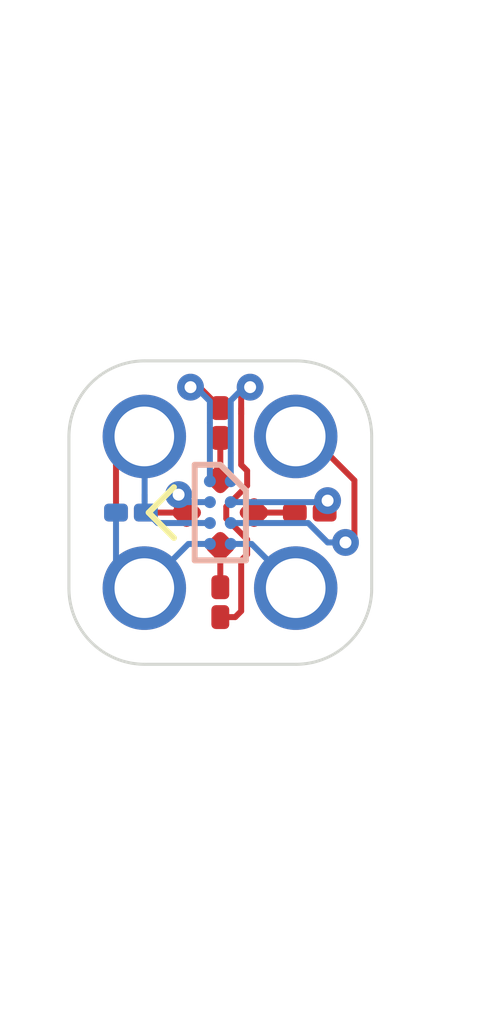
<source format=kicad_pcb>
(kicad_pcb (version 20241229) (generator "pcbnew") (generator_version "9.0")
  (layers (0 "F.Cu" signal) (2 "B.Cu" signal) (13 "F.Paste" user) (15 "B.Paste" user) (5 "F.SilkS" user "F.Silkscreen") (7 "B.SilkS" user "B.Silkscreen") (1 "F.Mask" user) (3 "B.Mask" user) (25 "Edge.Cuts" user))
  (net 0 "")
  (net 1 "/LED_A")
  (net 2 "Net-(D1-RK)")
  (net 3 "Net-(D1-GK)")
  (net 4 "Net-(D1-BK)")
  (net 5 "/LED_R")
  (net 6 "/LED_G")
  (net 7 "/LED_B")
  (net 8 "/SWCLK")
  (net 9 "GND")
  (net 10 "/SWDIO")
  (net 11 "+3.3V")
  (footprint "Resistor_SMD:R_01005_0402Metric" (layer "F.Cu") (at 130.81 98.83 -90)
    (property "Reference" "R1" (hide yes))
    (property "Value" "330R")
    (pad "1" smd roundrect (at -0.25 0 270) (size 0.4 0.3) (layers "F.Cu" "F.Mask") (net 5 "/LED_R"))
    (pad "2" smd roundrect (at 0.25 0 270) (size 0.4 0.3) (layers "F.Cu" "F.Mask") (net 2 "Net-(D1-RK)"))
  )
  (footprint "Resistor_SMD:R_01005_0402Metric" (layer "F.Cu") (at 132.31 100.33 180)
    (property "Reference" "R2" (hide yes))
    (property "Value" "330R")
    (pad "1" smd roundrect (at -0.25 0 180) (size 0.4 0.3) (layers "F.Cu" "F.Mask") (net 6 "/LED_G"))
    (pad "2" smd roundrect (at 0.25 0 180) (size 0.4 0.3) (layers "F.Cu" "F.Mask") (net 3 "Net-(D1-GK)"))
  )
  (footprint "Resistor_SMD:R_01005_0402Metric" (layer "F.Cu") (at 129.31 100.33 180)
    (property "Reference" "R4" (hide yes))
    (property "Value" "100k")
    (pad "1" smd roundrect (at -0.25 0 180) (size 0.4 0.3) (layers "F.Cu" "F.Mask") (net 1 "/LED_A"))
    (pad "2" smd roundrect (at 0.25 0 180) (size 0.4 0.3) (layers "F.Cu" "F.Mask") (net 11 "+3.3V"))
  )
  (footprint "LED_SMD:LED_Wurth_150044M155260" (layer "F.Cu") (at 130.81 100.33 45)
    (property "Reference" "D1" (hide yes))
    (property "Value" "LED_ARGB")
    (fp_line (start -0.85 -0.85) (end -0.85 -0.25) (stroke (width 0.1)) (layer "F.SilkS"))
    (fp_line (start -0.25 -0.85) (end -0.85 -0.85) (stroke (width 0.1)) (layer "F.SilkS"))
    (pad "1" smd roundrect (at -0.4 -0.4 45) (size 0.4 0.4) (layers "F.Cu" "F.Mask" "F.Paste") (net 1 "/LED_A"))
    (pad "2" smd roundrect (at 0.4 -0.4 45) (size 0.4 0.4) (layers "F.Cu" "F.Mask" "F.Paste") (net 2 "Net-(D1-RK)"))
    (pad "3" smd roundrect (at 0.4 0.4 45) (size 0.4 0.4) (layers "F.Cu" "F.Mask" "F.Paste") (net 3 "Net-(D1-GK)"))
    (pad "4" smd roundrect (at -0.4 0.4 45) (size 0.4 0.4) (layers "F.Cu" "F.Mask" "F.Paste") (net 4 "Net-(D1-BK)"))
  )
  (footprint "Resistor_SMD:R_01005_0402Metric" (layer "F.Cu") (at 130.81 101.83 90)
    (property "Reference" "R3" (hide yes))
    (property "Value" "330R")
    (pad "1" smd roundrect (at -0.25 0 90) (size 0.4 0.3) (layers "F.Cu" "F.Mask") (net 7 "/LED_B"))
    (pad "2" smd roundrect (at 0.25 0 90) (size 0.4 0.3) (layers "F.Cu" "F.Mask") (net 4 "Net-(D1-BK)"))
  )
  (footprint "Connector_PinHeader_2.54mm:PinHeader_2x02_P2.54mm_Vertical" (layer "B.Cu") (at 129.535 99.055 -90)
    (property "Reference" "J1" (hide yes))
    (property "Value" "Conn_02x02_Odd_Even")
    (pad "1" thru_hole oval (at 0 0 270) (size 1.4 1.4) (drill 1) (layers "*.Cu" "*.Mask") (net 11 "+3.3V"))
    (pad "2" thru_hole oval (at 2.54 0 270) (size 1.4 1.4) (drill 1) (layers "*.Cu" "*.Mask") (net 9 "GND"))
    (pad "3" thru_hole oval (at 0 -2.54 270) (size 1.4 1.4) (drill 1) (layers "*.Cu" "*.Mask") (net 8 "/SWCLK"))
    (pad "4" thru_hole oval (at 2.54 -2.54 270) (size 1.4 1.4) (drill 1) (layers "*.Cu" "*.Mask") (net 10 "/SWDIO"))
  )
  (footprint "umcu:BGA-8_2x4_0.86x1.6mm" (layer "B.Cu") (at 130.81 100.33 180)
    (property "Reference" "U1" (hide yes))
    (property "Value" "~")
    (fp_line (start 0.43 0.8) (end 0 0.8) (stroke (width 0.1)) (layer "B.SilkS"))
    (fp_line (start 0.43 -0.8) (end 0.43 0.8) (stroke (width 0.1)) (layer "B.SilkS"))
    (fp_line (start 0 0.8) (end -0.43 0.37) (stroke (width 0.1)) (layer "B.SilkS"))
    (fp_line (start -0.43 0.37) (end -0.43 -0.8) (stroke (width 0.1)) (layer "B.SilkS"))
    (fp_line (start -0.43 -0.8) (end 0.43 -0.8) (stroke (width 0.1)) (layer "B.SilkS"))
    (pad "A1" smd circle (at -0.175 0.525 180) (size 0.2 0.2) (layers "B.Cu" "B.Mask" "B.Paste") (net 7 "/LED_B"))
    (pad "A2" smd circle (at 0.175 0.525 180) (size 0.2 0.2) (layers "B.Cu" "B.Mask" "B.Paste") (net 5 "/LED_R"))
    (pad "B1" smd circle (at -0.175 0.175 180) (size 0.2 0.2) (layers "B.Cu" "B.Mask" "B.Paste") (net 6 "/LED_G"))
    (pad "B2" smd circle (at 0.175 0.175 180) (size 0.2 0.2) (layers "B.Cu" "B.Mask" "B.Paste") (net 1 "/LED_A"))
    (pad "C1" smd circle (at -0.175 -0.175 180) (size 0.2 0.2) (layers "B.Cu" "B.Mask" "B.Paste") (net 8 "/SWCLK"))
    (pad "C2" smd circle (at 0.175 -0.175 180) (size 0.2 0.2) (layers "B.Cu" "B.Mask" "B.Paste") (net 11 "+3.3V"))
    (pad "D1" smd circle (at -0.175 -0.525 180) (size 0.2 0.2) (layers "B.Cu" "B.Mask" "B.Paste") (net 10 "/SWDIO"))
    (pad "D2" smd circle (at 0.175 -0.525 180) (size 0.2 0.2) (layers "B.Cu" "B.Mask" "B.Paste") (net 9 "GND"))
  )
  (footprint "Capacitor_SMD:C_01005_0402Metric" (layer "B.Cu") (at 129.31 100.33 180)
    (property "Reference" "C1" (hide yes))
    (property "Value" "0.1uF")
    (pad "1" smd roundrect (at -0.25 0 180) (size 0.4 0.3) (layers "B.Cu" "B.Mask") (net 11 "+3.3V"))
    (pad "2" smd roundrect (at 0.25 0 180) (size 0.4 0.3) (layers "B.Cu" "B.Mask") (net 9 "GND"))
  )
  (gr_line (start 129.54 102.87) (end 132.08 102.87) (stroke (width 0.05)) (layer "Edge.Cuts"))
  (gr_arc (start 132.08 97.79) (mid 132.978026 98.161974) (end 133.35 99.06) (stroke (width 0.05)) (layer "Edge.Cuts"))
  (gr_arc (start 129.54 102.87) (mid 128.641974 102.498026) (end 128.27 101.6) (stroke (width 0.05)) (layer "Edge.Cuts"))
  (gr_line (start 128.27 99.06) (end 128.27 101.6) (stroke (width 0.05)) (layer "Edge.Cuts"))
  (gr_line (start 133.35 101.6) (end 133.35 99.06) (stroke (width 0.05)) (layer "Edge.Cuts"))
  (gr_line (start 132.08 97.79) (end 129.54 97.79) (stroke (width 0.05)) (layer "Edge.Cuts"))
  (gr_arc (start 133.35 101.6) (mid 132.978026 102.498026) (end 132.08 102.87) (stroke (width 0.05)) (layer "Edge.Cuts"))
  (gr_arc (start 128.27 99.06) (mid 128.641974 98.161974) (end 129.54 97.79) (stroke (width 0.05)) (layer "Edge.Cuts"))
  (segment (start 130.11 100.23) (end 130.21 100.33) (width 0.16) (layer "F.Cu") (net 1))
  (segment (start 129.56 100.33) (end 130.244315 100.33) (width 0.1) (layer "F.Cu") (net 1))
  (segment (start 130.21 100.33) (end 130.244315 100.33) (width 0.16) (layer "F.Cu") (net 1))
  (segment (start 130.11 100.155) (end 130.11 100.23) (width 0.16) (layer "F.Cu") (net 1))
  (via (at 130.11 100.03) (size 0.45) (drill 0.2) (layers "F.Cu" "B.Cu") (net 1))
  (segment (start 130.11 100.155) (end 130.635 100.155) (width 0.1) (layer "B.Cu") (net 1))
  (segment (start 130.81 99.08) (end 130.81 99.764315) (width 0.1) (layer "F.Cu") (net 2))
  (segment (start 132.06 100.33) (end 131.375685 100.33) (width 0.1) (layer "F.Cu") (net 3))
  (segment (start 130.81 101.68) (end 130.81 100.895685) (width 0.1) (layer "F.Cu") (net 4))
  (segment (start 130.37 98.14) (end 130.81 98.58) (width 0.1) (layer "F.Cu") (net 5))
  (segment (start 130.31 98.14) (end 130.37 98.14) (width 0.1) (layer "F.Cu") (net 5))
  (segment (start 130.45 98.28) (end 130.31 98.14) (width 0.1) (layer "F.Cu") (net 5))
  (via (at 130.31 98.23) (size 0.45) (drill 0.2) (layers "F.Cu" "B.Cu") (net 5))
  (segment (start 130.635 98.83) (end 130.635 98.465) (width 0.1) (layer "B.Cu") (net 5))
  (segment (start 130.635 98.465) (end 130.31 98.14) (width 0.1) (layer "B.Cu") (net 5))
  (segment (start 130.635 99.805) (end 130.635 98.83) (width 0.1) (layer "B.Cu") (net 5))
  (via (at 132.61 100.13) (size 0.45) (drill 0.2) (layers "F.Cu" "B.Cu") (net 6))
  (segment (start 132.685 100.155) (end 130.985 100.155) (width 0.1) (layer "B.Cu") (net 6))
  (segment (start 131.26 99.88) (end 130.91 100.23) (width 0.1) (layer "F.Cu") (net 7))
  (segment (start 131.26 101.03) (end 131.16 101.13) (width 0.1) (layer "F.Cu") (net 7))
  (segment (start 131.06 102.08) (end 130.81 102.08) (width 0.1) (layer "F.Cu") (net 7))
  (segment (start 131.16 101.13) (end 131.16 101.98) (width 0.1) (layer "F.Cu") (net 7))
  (segment (start 131.16 101.98) (end 131.06 102.08) (width 0.1) (layer "F.Cu") (net 7))
  (segment (start 131.16 98.68) (end 131.16 98.38) (width 0.1) (layer "F.Cu") (net 7))
  (segment (start 130.91 100.23) (end 130.91 100.43) (width 0.1) (layer "F.Cu") (net 7))
  (segment (start 131.26 100.78) (end 131.26 101.03) (width 0.1) (layer "F.Cu") (net 7))
  (segment (start 131.16 98.68) (end 131.16 98.58) (width 0.1) (layer "F.Cu") (net 7))
  (segment (start 131.16 98.68) (end 131.16 99.53) (width 0.1) (layer "F.Cu") (net 7))
  (segment (start 131.16 98.38) (end 131.31 98.23) (width 0.1) (layer "F.Cu") (net 7))
  (segment (start 130.91 100.43) (end 131.26 100.78) (width 0.1) (layer "F.Cu") (net 7))
  (segment (start 131.16 99.53) (end 131.26 99.63) (width 0.1) (layer "F.Cu") (net 7))
  (segment (start 131.26 99.63) (end 131.26 99.88) (width 0.1) (layer "F.Cu") (net 7))
  (via (at 131.31 98.23) (size 0.45) (drill 0.2) (layers "F.Cu" "B.Cu") (net 7))
  (segment (start 130.985 99.805) (end 130.985 99.33) (width 0.1) (layer "B.Cu") (net 7))
  (segment (start 130.985 99.33) (end 130.985 98.455) (width 0.1) (layer "B.Cu") (net 7))
  (segment (start 130.985 98.455) (end 131.31 98.13) (width 0.1) (layer "B.Cu") (net 7))
  (segment (start 133.06 100.78) (end 133.06 99.791) (width 0.1) (layer "F.Cu") (net 8))
  (segment (start 132.324 99.055) (end 132.075 99.055) (width 0.1) (layer "F.Cu") (net 8))
  (segment (start 133.01 100.83) (end 133.06 100.78) (width 0.1) (layer "F.Cu") (net 8))
  (segment (start 133.06 99.791) (end 132.324 99.055) (width 0.1) (layer "F.Cu") (net 8))
  (via (at 132.91 100.83) (size 0.45) (drill 0.2) (layers "F.Cu" "B.Cu") (net 8))
  (segment (start 130.985 100.505) (end 132.285 100.505) (width 0.1) (layer "B.Cu") (net 8))
  (segment (start 132.08 99.06) (end 132.08 99.6271) (width 0.2) (layer "B.Cu") (net 8))
  (segment (start 132.285 100.505) (end 132.61 100.83) (width 0.1) (layer "B.Cu") (net 8))
  (segment (start 132.61 100.83) (end 133.01 100.83) (width 0.1) (layer "B.Cu") (net 8))
  (segment (start 129.06 100.33) (end 129.06 101.12) (width 0.1) (layer "B.Cu") (net 9))
  (segment (start 130.275 100.855) (end 129.535 101.595) (width 0.1) (layer "B.Cu") (net 9))
  (segment (start 129.06 101.12) (end 129.535 101.595) (width 0.1) (layer "B.Cu") (net 9))
  (segment (start 130.635 100.855) (end 130.275 100.855) (width 0.1) (layer "B.Cu") (net 9))
  (segment (start 130.985 100.855) (end 131.335 100.855) (width 0.1) (layer "B.Cu") (net 10))
  (segment (start 131.335 100.855) (end 132.075 101.595) (width 0.1) (layer "B.Cu") (net 10))
  (segment (start 129.06 100.33) (end 129.06 99.53) (width 0.1) (layer "F.Cu") (net 11))
  (segment (start 129.06 99.53) (end 129.535 99.055) (width 0.1) (layer "F.Cu") (net 11))
  (segment (start 129.385 99.055) (end 129.535 99.055) (width 0.16) (layer "B.Cu") (net 11))
  (segment (start 129.584864 100.33) (end 129.759864 100.505) (width 0.1) (layer "B.Cu") (net 11))
  (segment (start 129.54 100.03) (end 129.54 100.15) (width 0.1) (layer "B.Cu") (net 11))
  (segment (start 129.759864 100.505) (end 130.635 100.505) (width 0.1) (layer "B.Cu") (net 11))
  (segment (start 129.54 100.2) (end 129.54 100.03) (width 0.1) (layer "B.Cu") (net 11))
  (segment (start 129.56 100.33) (end 129.584864 100.33) (width 0.1) (layer "B.Cu") (net 11))
  (segment (start 129.54 100.03) (end 129.54 99.06) (width 0.1) (layer "B.Cu") (net 11))
)
</source>
